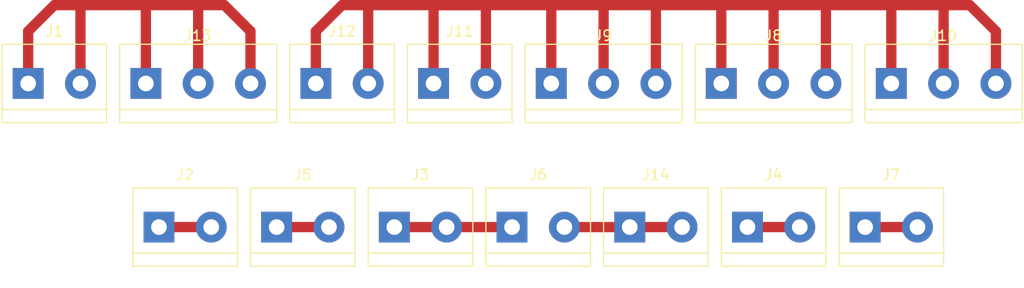
<source format=kicad_pcb>
(kicad_pcb (version 20171130) (host pcbnew "(5.1.8)-1")

  (general
    (thickness 1.6)
    (drawings 0)
    (tracks 42)
    (zones 0)
    (modules 14)
    (nets 9)
  )

  (page A4)
  (layers
    (0 F.Cu signal)
    (31 B.Cu signal)
    (32 B.Adhes user)
    (33 F.Adhes user)
    (34 B.Paste user)
    (35 F.Paste user)
    (36 B.SilkS user)
    (37 F.SilkS user)
    (38 B.Mask user)
    (39 F.Mask user)
    (40 Dwgs.User user)
    (41 Cmts.User user)
    (42 Eco1.User user)
    (43 Eco2.User user)
    (44 Edge.Cuts user)
    (45 Margin user)
    (46 B.CrtYd user)
    (47 F.CrtYd user)
    (48 B.Fab user)
    (49 F.Fab user)
  )

  (setup
    (last_trace_width 1)
    (trace_clearance 0.2)
    (zone_clearance 0.508)
    (zone_45_only no)
    (trace_min 0.2)
    (via_size 0.8)
    (via_drill 0.4)
    (via_min_size 0.4)
    (via_min_drill 0.3)
    (uvia_size 0.3)
    (uvia_drill 0.1)
    (uvias_allowed no)
    (uvia_min_size 0.2)
    (uvia_min_drill 0.1)
    (edge_width 0.05)
    (segment_width 0.2)
    (pcb_text_width 0.3)
    (pcb_text_size 1.5 1.5)
    (mod_edge_width 0.12)
    (mod_text_size 1 1)
    (mod_text_width 0.15)
    (pad_size 1.524 1.524)
    (pad_drill 0.762)
    (pad_to_mask_clearance 0)
    (aux_axis_origin 0 0)
    (visible_elements 7FFFFFFF)
    (pcbplotparams
      (layerselection 0x010fc_ffffffff)
      (usegerberextensions false)
      (usegerberattributes true)
      (usegerberadvancedattributes true)
      (creategerberjobfile true)
      (excludeedgelayer true)
      (linewidth 0.100000)
      (plotframeref false)
      (viasonmask false)
      (mode 1)
      (useauxorigin false)
      (hpglpennumber 1)
      (hpglpenspeed 20)
      (hpglpendiameter 15.000000)
      (psnegative false)
      (psa4output false)
      (plotreference true)
      (plotvalue true)
      (plotinvisibletext false)
      (padsonsilk false)
      (subtractmaskfromsilk false)
      (outputformat 1)
      (mirror false)
      (drillshape 1)
      (scaleselection 1)
      (outputdirectory ""))
  )

  (net 0 "")
  (net 1 "Net-(J1-Pad1)")
  (net 2 "Net-(J2-Pad1)")
  (net 3 "Net-(J3-Pad1)")
  (net 4 "Net-(J4-Pad1)")
  (net 5 "Net-(J5-Pad1)")
  (net 6 "Net-(J7-Pad1)")
  (net 7 "Net-(J10-Pad1)")
  (net 8 "Net-(J14-Pad1)")

  (net_class Default "This is the default net class."
    (clearance 0.2)
    (trace_width 1)
    (via_dia 0.8)
    (via_drill 0.4)
    (uvia_dia 0.3)
    (uvia_drill 0.1)
    (add_net "Net-(J1-Pad1)")
    (add_net "Net-(J10-Pad1)")
    (add_net "Net-(J14-Pad1)")
    (add_net "Net-(J2-Pad1)")
    (add_net "Net-(J3-Pad1)")
    (add_net "Net-(J4-Pad1)")
    (add_net "Net-(J5-Pad1)")
    (add_net "Net-(J7-Pad1)")
  )

  (module TerminalBlock:TerminalBlock_bornier-2_P5.08mm (layer F.Cu) (tedit 59FF03AB) (tstamp 61834629)
    (at 106.68 90.17)
    (descr "simple 2-pin terminal block, pitch 5.08mm, revamped version of bornier2")
    (tags "terminal block bornier2")
    (path /6182A279)
    (fp_text reference J5 (at 2.54 -5.08) (layer F.SilkS)
      (effects (font (size 1 1) (thickness 0.15)))
    )
    (fp_text value "Direction X+" (at 2.54 5.08) (layer F.Fab)
      (effects (font (size 1 1) (thickness 0.15)))
    )
    (fp_line (start 7.79 4) (end -2.71 4) (layer F.CrtYd) (width 0.05))
    (fp_line (start 7.79 4) (end 7.79 -4) (layer F.CrtYd) (width 0.05))
    (fp_line (start -2.71 -4) (end -2.71 4) (layer F.CrtYd) (width 0.05))
    (fp_line (start -2.71 -4) (end 7.79 -4) (layer F.CrtYd) (width 0.05))
    (fp_line (start -2.54 3.81) (end 7.62 3.81) (layer F.SilkS) (width 0.12))
    (fp_line (start -2.54 -3.81) (end -2.54 3.81) (layer F.SilkS) (width 0.12))
    (fp_line (start 7.62 -3.81) (end -2.54 -3.81) (layer F.SilkS) (width 0.12))
    (fp_line (start 7.62 3.81) (end 7.62 -3.81) (layer F.SilkS) (width 0.12))
    (fp_line (start 7.62 2.54) (end -2.54 2.54) (layer F.SilkS) (width 0.12))
    (fp_line (start 7.54 -3.75) (end -2.46 -3.75) (layer F.Fab) (width 0.1))
    (fp_line (start 7.54 3.75) (end 7.54 -3.75) (layer F.Fab) (width 0.1))
    (fp_line (start -2.46 3.75) (end 7.54 3.75) (layer F.Fab) (width 0.1))
    (fp_line (start -2.46 -3.75) (end -2.46 3.75) (layer F.Fab) (width 0.1))
    (fp_line (start -2.41 2.55) (end 7.49 2.55) (layer F.Fab) (width 0.1))
    (fp_text user %R (at 2.54 0) (layer F.Fab)
      (effects (font (size 1 1) (thickness 0.15)))
    )
    (pad 2 thru_hole circle (at 5.08 0) (size 3 3) (drill 1.52) (layers *.Cu *.Mask)
      (net 5 "Net-(J5-Pad1)"))
    (pad 1 thru_hole rect (at 0 0) (size 3 3) (drill 1.52) (layers *.Cu *.Mask)
      (net 5 "Net-(J5-Pad1)"))
    (model ${KISYS3DMOD}/TerminalBlock.3dshapes/TerminalBlock_bornier-2_P5.08mm.wrl
      (offset (xyz 2.539999961853027 0 0))
      (scale (xyz 1 1 1))
      (rotate (xyz 0 0 0))
    )
  )

  (module TerminalBlock:TerminalBlock_bornier-2_P5.08mm (layer F.Cu) (tedit 59FF03AB) (tstamp 618C09C8)
    (at 140.97 90.17)
    (descr "simple 2-pin terminal block, pitch 5.08mm, revamped version of bornier2")
    (tags "terminal block bornier2")
    (path /618C4DCC)
    (fp_text reference J14 (at 2.54 -5.08) (layer F.SilkS)
      (effects (font (size 1 1) (thickness 0.15)))
    )
    (fp_text value "Direction Y+" (at 2.54 5.08) (layer F.Fab)
      (effects (font (size 1 1) (thickness 0.15)))
    )
    (fp_text user %R (at 2.54 0) (layer F.Fab)
      (effects (font (size 1 1) (thickness 0.15)))
    )
    (fp_line (start -2.41 2.55) (end 7.49 2.55) (layer F.Fab) (width 0.1))
    (fp_line (start -2.46 -3.75) (end -2.46 3.75) (layer F.Fab) (width 0.1))
    (fp_line (start -2.46 3.75) (end 7.54 3.75) (layer F.Fab) (width 0.1))
    (fp_line (start 7.54 3.75) (end 7.54 -3.75) (layer F.Fab) (width 0.1))
    (fp_line (start 7.54 -3.75) (end -2.46 -3.75) (layer F.Fab) (width 0.1))
    (fp_line (start 7.62 2.54) (end -2.54 2.54) (layer F.SilkS) (width 0.12))
    (fp_line (start 7.62 3.81) (end 7.62 -3.81) (layer F.SilkS) (width 0.12))
    (fp_line (start 7.62 -3.81) (end -2.54 -3.81) (layer F.SilkS) (width 0.12))
    (fp_line (start -2.54 -3.81) (end -2.54 3.81) (layer F.SilkS) (width 0.12))
    (fp_line (start -2.54 3.81) (end 7.62 3.81) (layer F.SilkS) (width 0.12))
    (fp_line (start -2.71 -4) (end 7.79 -4) (layer F.CrtYd) (width 0.05))
    (fp_line (start -2.71 -4) (end -2.71 4) (layer F.CrtYd) (width 0.05))
    (fp_line (start 7.79 4) (end 7.79 -4) (layer F.CrtYd) (width 0.05))
    (fp_line (start 7.79 4) (end -2.71 4) (layer F.CrtYd) (width 0.05))
    (pad 2 thru_hole circle (at 5.08 0) (size 3 3) (drill 1.52) (layers *.Cu *.Mask)
      (net 8 "Net-(J14-Pad1)"))
    (pad 1 thru_hole rect (at 0 0) (size 3 3) (drill 1.52) (layers *.Cu *.Mask)
      (net 8 "Net-(J14-Pad1)"))
    (model ${KISYS3DMOD}/TerminalBlock.3dshapes/TerminalBlock_bornier-2_P5.08mm.wrl
      (offset (xyz 2.539999961853027 0 0))
      (scale (xyz 1 1 1))
      (rotate (xyz 0 0 0))
    )
  )

  (module TerminalBlock:TerminalBlock_bornier-2_P5.08mm (layer F.Cu) (tedit 59FF03AB) (tstamp 618C0893)
    (at 129.54 90.17)
    (descr "simple 2-pin terminal block, pitch 5.08mm, revamped version of bornier2")
    (tags "terminal block bornier2")
    (path /618C37F4)
    (fp_text reference J6 (at 2.54 -5.08) (layer F.SilkS)
      (effects (font (size 1 1) (thickness 0.15)))
    )
    (fp_text value Y+ (at 2.54 5.08) (layer F.Fab)
      (effects (font (size 1 1) (thickness 0.15)))
    )
    (fp_text user %R (at 2.54 0) (layer F.Fab)
      (effects (font (size 1 1) (thickness 0.15)))
    )
    (fp_line (start -2.41 2.55) (end 7.49 2.55) (layer F.Fab) (width 0.1))
    (fp_line (start -2.46 -3.75) (end -2.46 3.75) (layer F.Fab) (width 0.1))
    (fp_line (start -2.46 3.75) (end 7.54 3.75) (layer F.Fab) (width 0.1))
    (fp_line (start 7.54 3.75) (end 7.54 -3.75) (layer F.Fab) (width 0.1))
    (fp_line (start 7.54 -3.75) (end -2.46 -3.75) (layer F.Fab) (width 0.1))
    (fp_line (start 7.62 2.54) (end -2.54 2.54) (layer F.SilkS) (width 0.12))
    (fp_line (start 7.62 3.81) (end 7.62 -3.81) (layer F.SilkS) (width 0.12))
    (fp_line (start 7.62 -3.81) (end -2.54 -3.81) (layer F.SilkS) (width 0.12))
    (fp_line (start -2.54 -3.81) (end -2.54 3.81) (layer F.SilkS) (width 0.12))
    (fp_line (start -2.54 3.81) (end 7.62 3.81) (layer F.SilkS) (width 0.12))
    (fp_line (start -2.71 -4) (end 7.79 -4) (layer F.CrtYd) (width 0.05))
    (fp_line (start -2.71 -4) (end -2.71 4) (layer F.CrtYd) (width 0.05))
    (fp_line (start 7.79 4) (end 7.79 -4) (layer F.CrtYd) (width 0.05))
    (fp_line (start 7.79 4) (end -2.71 4) (layer F.CrtYd) (width 0.05))
    (pad 2 thru_hole circle (at 5.08 0) (size 3 3) (drill 1.52) (layers *.Cu *.Mask)
      (net 8 "Net-(J14-Pad1)"))
    (pad 1 thru_hole rect (at 0 0) (size 3 3) (drill 1.52) (layers *.Cu *.Mask)
      (net 3 "Net-(J3-Pad1)"))
    (model ${KISYS3DMOD}/TerminalBlock.3dshapes/TerminalBlock_bornier-2_P5.08mm.wrl
      (offset (xyz 2.539999961853027 0 0))
      (scale (xyz 1 1 1))
      (rotate (xyz 0 0 0))
    )
  )

  (module TerminalBlock:TerminalBlock_bornier-2_P5.08mm (layer F.Cu) (tedit 59FF03AB) (tstamp 618C082E)
    (at 118.11 90.17)
    (descr "simple 2-pin terminal block, pitch 5.08mm, revamped version of bornier2")
    (tags "terminal block bornier2")
    (path /618C2239)
    (fp_text reference J3 (at 2.54 -5.08) (layer F.SilkS)
      (effects (font (size 1 1) (thickness 0.15)))
    )
    (fp_text value "Pulse Y+" (at 2.54 5.08) (layer F.Fab)
      (effects (font (size 1 1) (thickness 0.15)))
    )
    (fp_text user %R (at 2.54 0) (layer F.Fab)
      (effects (font (size 1 1) (thickness 0.15)))
    )
    (fp_line (start -2.41 2.55) (end 7.49 2.55) (layer F.Fab) (width 0.1))
    (fp_line (start -2.46 -3.75) (end -2.46 3.75) (layer F.Fab) (width 0.1))
    (fp_line (start -2.46 3.75) (end 7.54 3.75) (layer F.Fab) (width 0.1))
    (fp_line (start 7.54 3.75) (end 7.54 -3.75) (layer F.Fab) (width 0.1))
    (fp_line (start 7.54 -3.75) (end -2.46 -3.75) (layer F.Fab) (width 0.1))
    (fp_line (start 7.62 2.54) (end -2.54 2.54) (layer F.SilkS) (width 0.12))
    (fp_line (start 7.62 3.81) (end 7.62 -3.81) (layer F.SilkS) (width 0.12))
    (fp_line (start 7.62 -3.81) (end -2.54 -3.81) (layer F.SilkS) (width 0.12))
    (fp_line (start -2.54 -3.81) (end -2.54 3.81) (layer F.SilkS) (width 0.12))
    (fp_line (start -2.54 3.81) (end 7.62 3.81) (layer F.SilkS) (width 0.12))
    (fp_line (start -2.71 -4) (end 7.79 -4) (layer F.CrtYd) (width 0.05))
    (fp_line (start -2.71 -4) (end -2.71 4) (layer F.CrtYd) (width 0.05))
    (fp_line (start 7.79 4) (end 7.79 -4) (layer F.CrtYd) (width 0.05))
    (fp_line (start 7.79 4) (end -2.71 4) (layer F.CrtYd) (width 0.05))
    (pad 2 thru_hole circle (at 5.08 0) (size 3 3) (drill 1.52) (layers *.Cu *.Mask)
      (net 3 "Net-(J3-Pad1)"))
    (pad 1 thru_hole rect (at 0 0) (size 3 3) (drill 1.52) (layers *.Cu *.Mask)
      (net 3 "Net-(J3-Pad1)"))
    (model ${KISYS3DMOD}/TerminalBlock.3dshapes/TerminalBlock_bornier-2_P5.08mm.wrl
      (offset (xyz 2.539999961853027 0 0))
      (scale (xyz 1 1 1))
      (rotate (xyz 0 0 0))
    )
  )

  (module TerminalBlock:TerminalBlock_bornier-3_P5.08mm (layer F.Cu) (tedit 59FF03B9) (tstamp 6183471A)
    (at 93.98 76.2)
    (descr "simple 3-pin terminal block, pitch 5.08mm, revamped version of bornier3")
    (tags "terminal block bornier3")
    (path /618387B8)
    (fp_text reference J13 (at 5.05 -4.65) (layer F.SilkS)
      (effects (font (size 1 1) (thickness 0.15)))
    )
    (fp_text value "Enable +" (at 5.08 5.08) (layer F.Fab)
      (effects (font (size 1 1) (thickness 0.15)))
    )
    (fp_line (start 12.88 4) (end -2.72 4) (layer F.CrtYd) (width 0.05))
    (fp_line (start 12.88 4) (end 12.88 -4) (layer F.CrtYd) (width 0.05))
    (fp_line (start -2.72 -4) (end -2.72 4) (layer F.CrtYd) (width 0.05))
    (fp_line (start -2.72 -4) (end 12.88 -4) (layer F.CrtYd) (width 0.05))
    (fp_line (start -2.54 3.81) (end 12.7 3.81) (layer F.SilkS) (width 0.12))
    (fp_line (start -2.54 -3.81) (end 12.7 -3.81) (layer F.SilkS) (width 0.12))
    (fp_line (start -2.54 2.54) (end 12.7 2.54) (layer F.SilkS) (width 0.12))
    (fp_line (start 12.7 3.81) (end 12.7 -3.81) (layer F.SilkS) (width 0.12))
    (fp_line (start -2.54 3.81) (end -2.54 -3.81) (layer F.SilkS) (width 0.12))
    (fp_line (start -2.47 3.75) (end -2.47 -3.75) (layer F.Fab) (width 0.1))
    (fp_line (start 12.63 3.75) (end -2.47 3.75) (layer F.Fab) (width 0.1))
    (fp_line (start 12.63 -3.75) (end 12.63 3.75) (layer F.Fab) (width 0.1))
    (fp_line (start -2.47 -3.75) (end 12.63 -3.75) (layer F.Fab) (width 0.1))
    (fp_line (start -2.47 2.55) (end 12.63 2.55) (layer F.Fab) (width 0.1))
    (fp_text user %R (at 5.08 0) (layer F.Fab)
      (effects (font (size 1 1) (thickness 0.15)))
    )
    (pad 3 thru_hole circle (at 10.16 0) (size 3 3) (drill 1.52) (layers *.Cu *.Mask)
      (net 1 "Net-(J1-Pad1)"))
    (pad 2 thru_hole circle (at 5.08 0) (size 3 3) (drill 1.52) (layers *.Cu *.Mask)
      (net 1 "Net-(J1-Pad1)"))
    (pad 1 thru_hole rect (at 0 0) (size 3 3) (drill 1.52) (layers *.Cu *.Mask)
      (net 1 "Net-(J1-Pad1)"))
    (model ${KISYS3DMOD}/TerminalBlock.3dshapes/TerminalBlock_bornier-3_P5.08mm.wrl
      (offset (xyz 5.079999923706055 0 0))
      (scale (xyz 1 1 1))
      (rotate (xyz 0 0 0))
    )
  )

  (module TerminalBlock:TerminalBlock_bornier-2_P5.08mm (layer F.Cu) (tedit 59FF03AB) (tstamp 61834700)
    (at 110.49 76.2)
    (descr "simple 2-pin terminal block, pitch 5.08mm, revamped version of bornier2")
    (tags "terminal block bornier2")
    (path /6183F3D3)
    (fp_text reference J12 (at 2.54 -5.08) (layer F.SilkS)
      (effects (font (size 1 1) (thickness 0.15)))
    )
    (fp_text value Z2 (at 2.54 5.08) (layer F.Fab)
      (effects (font (size 1 1) (thickness 0.15)))
    )
    (fp_line (start 7.79 4) (end -2.71 4) (layer F.CrtYd) (width 0.05))
    (fp_line (start 7.79 4) (end 7.79 -4) (layer F.CrtYd) (width 0.05))
    (fp_line (start -2.71 -4) (end -2.71 4) (layer F.CrtYd) (width 0.05))
    (fp_line (start -2.71 -4) (end 7.79 -4) (layer F.CrtYd) (width 0.05))
    (fp_line (start -2.54 3.81) (end 7.62 3.81) (layer F.SilkS) (width 0.12))
    (fp_line (start -2.54 -3.81) (end -2.54 3.81) (layer F.SilkS) (width 0.12))
    (fp_line (start 7.62 -3.81) (end -2.54 -3.81) (layer F.SilkS) (width 0.12))
    (fp_line (start 7.62 3.81) (end 7.62 -3.81) (layer F.SilkS) (width 0.12))
    (fp_line (start 7.62 2.54) (end -2.54 2.54) (layer F.SilkS) (width 0.12))
    (fp_line (start 7.54 -3.75) (end -2.46 -3.75) (layer F.Fab) (width 0.1))
    (fp_line (start 7.54 3.75) (end 7.54 -3.75) (layer F.Fab) (width 0.1))
    (fp_line (start -2.46 3.75) (end 7.54 3.75) (layer F.Fab) (width 0.1))
    (fp_line (start -2.46 -3.75) (end -2.46 3.75) (layer F.Fab) (width 0.1))
    (fp_line (start -2.41 2.55) (end 7.49 2.55) (layer F.Fab) (width 0.1))
    (fp_text user %R (at 2.54 0) (layer F.Fab)
      (effects (font (size 1 1) (thickness 0.15)))
    )
    (pad 2 thru_hole circle (at 5.08 0) (size 3 3) (drill 1.52) (layers *.Cu *.Mask)
      (net 7 "Net-(J10-Pad1)"))
    (pad 1 thru_hole rect (at 0 0) (size 3 3) (drill 1.52) (layers *.Cu *.Mask)
      (net 7 "Net-(J10-Pad1)"))
    (model ${KISYS3DMOD}/TerminalBlock.3dshapes/TerminalBlock_bornier-2_P5.08mm.wrl
      (offset (xyz 2.539999961853027 0 0))
      (scale (xyz 1 1 1))
      (rotate (xyz 0 0 0))
    )
  )

  (module TerminalBlock:TerminalBlock_bornier-2_P5.08mm (layer F.Cu) (tedit 59FF03AB) (tstamp 618346DB)
    (at 121.92 76.2)
    (descr "simple 2-pin terminal block, pitch 5.08mm, revamped version of bornier2")
    (tags "terminal block bornier2")
    (path /6183ED35)
    (fp_text reference J11 (at 2.54 -5.08) (layer F.SilkS)
      (effects (font (size 1 1) (thickness 0.15)))
    )
    (fp_text value Z2 (at 2.54 5.08) (layer F.Fab)
      (effects (font (size 1 1) (thickness 0.15)))
    )
    (fp_line (start 7.79 4) (end -2.71 4) (layer F.CrtYd) (width 0.05))
    (fp_line (start 7.79 4) (end 7.79 -4) (layer F.CrtYd) (width 0.05))
    (fp_line (start -2.71 -4) (end -2.71 4) (layer F.CrtYd) (width 0.05))
    (fp_line (start -2.71 -4) (end 7.79 -4) (layer F.CrtYd) (width 0.05))
    (fp_line (start -2.54 3.81) (end 7.62 3.81) (layer F.SilkS) (width 0.12))
    (fp_line (start -2.54 -3.81) (end -2.54 3.81) (layer F.SilkS) (width 0.12))
    (fp_line (start 7.62 -3.81) (end -2.54 -3.81) (layer F.SilkS) (width 0.12))
    (fp_line (start 7.62 3.81) (end 7.62 -3.81) (layer F.SilkS) (width 0.12))
    (fp_line (start 7.62 2.54) (end -2.54 2.54) (layer F.SilkS) (width 0.12))
    (fp_line (start 7.54 -3.75) (end -2.46 -3.75) (layer F.Fab) (width 0.1))
    (fp_line (start 7.54 3.75) (end 7.54 -3.75) (layer F.Fab) (width 0.1))
    (fp_line (start -2.46 3.75) (end 7.54 3.75) (layer F.Fab) (width 0.1))
    (fp_line (start -2.46 -3.75) (end -2.46 3.75) (layer F.Fab) (width 0.1))
    (fp_line (start -2.41 2.55) (end 7.49 2.55) (layer F.Fab) (width 0.1))
    (fp_text user %R (at 2.54 0) (layer F.Fab)
      (effects (font (size 1 1) (thickness 0.15)))
    )
    (pad 2 thru_hole circle (at 5.08 0) (size 3 3) (drill 1.52) (layers *.Cu *.Mask)
      (net 7 "Net-(J10-Pad1)"))
    (pad 1 thru_hole rect (at 0 0) (size 3 3) (drill 1.52) (layers *.Cu *.Mask)
      (net 7 "Net-(J10-Pad1)"))
    (model ${KISYS3DMOD}/TerminalBlock.3dshapes/TerminalBlock_bornier-2_P5.08mm.wrl
      (offset (xyz 2.539999961853027 0 0))
      (scale (xyz 1 1 1))
      (rotate (xyz 0 0 0))
    )
  )

  (module TerminalBlock:TerminalBlock_bornier-3_P5.08mm (layer F.Cu) (tedit 59FF03B9) (tstamp 618346B6)
    (at 166.37 76.2)
    (descr "simple 3-pin terminal block, pitch 5.08mm, revamped version of bornier3")
    (tags "terminal block bornier3")
    (path /61837A2C)
    (fp_text reference J10 (at 5.05 -4.65) (layer F.SilkS)
      (effects (font (size 1 1) (thickness 0.15)))
    )
    (fp_text value ENA- (at 5.08 5.08) (layer F.Fab)
      (effects (font (size 1 1) (thickness 0.15)))
    )
    (fp_line (start 12.88 4) (end -2.72 4) (layer F.CrtYd) (width 0.05))
    (fp_line (start 12.88 4) (end 12.88 -4) (layer F.CrtYd) (width 0.05))
    (fp_line (start -2.72 -4) (end -2.72 4) (layer F.CrtYd) (width 0.05))
    (fp_line (start -2.72 -4) (end 12.88 -4) (layer F.CrtYd) (width 0.05))
    (fp_line (start -2.54 3.81) (end 12.7 3.81) (layer F.SilkS) (width 0.12))
    (fp_line (start -2.54 -3.81) (end 12.7 -3.81) (layer F.SilkS) (width 0.12))
    (fp_line (start -2.54 2.54) (end 12.7 2.54) (layer F.SilkS) (width 0.12))
    (fp_line (start 12.7 3.81) (end 12.7 -3.81) (layer F.SilkS) (width 0.12))
    (fp_line (start -2.54 3.81) (end -2.54 -3.81) (layer F.SilkS) (width 0.12))
    (fp_line (start -2.47 3.75) (end -2.47 -3.75) (layer F.Fab) (width 0.1))
    (fp_line (start 12.63 3.75) (end -2.47 3.75) (layer F.Fab) (width 0.1))
    (fp_line (start 12.63 -3.75) (end 12.63 3.75) (layer F.Fab) (width 0.1))
    (fp_line (start -2.47 -3.75) (end 12.63 -3.75) (layer F.Fab) (width 0.1))
    (fp_line (start -2.47 2.55) (end 12.63 2.55) (layer F.Fab) (width 0.1))
    (fp_text user %R (at 5.08 0) (layer F.Fab)
      (effects (font (size 1 1) (thickness 0.15)))
    )
    (pad 3 thru_hole circle (at 10.16 0) (size 3 3) (drill 1.52) (layers *.Cu *.Mask)
      (net 7 "Net-(J10-Pad1)"))
    (pad 2 thru_hole circle (at 5.08 0) (size 3 3) (drill 1.52) (layers *.Cu *.Mask)
      (net 7 "Net-(J10-Pad1)"))
    (pad 1 thru_hole rect (at 0 0) (size 3 3) (drill 1.52) (layers *.Cu *.Mask)
      (net 7 "Net-(J10-Pad1)"))
    (model ${KISYS3DMOD}/TerminalBlock.3dshapes/TerminalBlock_bornier-3_P5.08mm.wrl
      (offset (xyz 5.079999923706055 0 0))
      (scale (xyz 1 1 1))
      (rotate (xyz 0 0 0))
    )
  )

  (module TerminalBlock:TerminalBlock_bornier-3_P5.08mm (layer F.Cu) (tedit 59FF03B9) (tstamp 6183469C)
    (at 133.35 76.2)
    (descr "simple 3-pin terminal block, pitch 5.08mm, revamped version of bornier3")
    (tags "terminal block bornier3")
    (path /6183743A)
    (fp_text reference J9 (at 5.05 -4.65) (layer F.SilkS)
      (effects (font (size 1 1) (thickness 0.15)))
    )
    (fp_text value DIR- (at 5.08 5.08) (layer F.Fab)
      (effects (font (size 1 1) (thickness 0.15)))
    )
    (fp_line (start 12.88 4) (end -2.72 4) (layer F.CrtYd) (width 0.05))
    (fp_line (start 12.88 4) (end 12.88 -4) (layer F.CrtYd) (width 0.05))
    (fp_line (start -2.72 -4) (end -2.72 4) (layer F.CrtYd) (width 0.05))
    (fp_line (start -2.72 -4) (end 12.88 -4) (layer F.CrtYd) (width 0.05))
    (fp_line (start -2.54 3.81) (end 12.7 3.81) (layer F.SilkS) (width 0.12))
    (fp_line (start -2.54 -3.81) (end 12.7 -3.81) (layer F.SilkS) (width 0.12))
    (fp_line (start -2.54 2.54) (end 12.7 2.54) (layer F.SilkS) (width 0.12))
    (fp_line (start 12.7 3.81) (end 12.7 -3.81) (layer F.SilkS) (width 0.12))
    (fp_line (start -2.54 3.81) (end -2.54 -3.81) (layer F.SilkS) (width 0.12))
    (fp_line (start -2.47 3.75) (end -2.47 -3.75) (layer F.Fab) (width 0.1))
    (fp_line (start 12.63 3.75) (end -2.47 3.75) (layer F.Fab) (width 0.1))
    (fp_line (start 12.63 -3.75) (end 12.63 3.75) (layer F.Fab) (width 0.1))
    (fp_line (start -2.47 -3.75) (end 12.63 -3.75) (layer F.Fab) (width 0.1))
    (fp_line (start -2.47 2.55) (end 12.63 2.55) (layer F.Fab) (width 0.1))
    (fp_text user %R (at 5.08 0) (layer F.Fab)
      (effects (font (size 1 1) (thickness 0.15)))
    )
    (pad 3 thru_hole circle (at 10.16 0) (size 3 3) (drill 1.52) (layers *.Cu *.Mask)
      (net 7 "Net-(J10-Pad1)"))
    (pad 2 thru_hole circle (at 5.08 0) (size 3 3) (drill 1.52) (layers *.Cu *.Mask)
      (net 7 "Net-(J10-Pad1)"))
    (pad 1 thru_hole rect (at 0 0) (size 3 3) (drill 1.52) (layers *.Cu *.Mask)
      (net 7 "Net-(J10-Pad1)"))
    (model ${KISYS3DMOD}/TerminalBlock.3dshapes/TerminalBlock_bornier-3_P5.08mm.wrl
      (offset (xyz 5.079999923706055 0 0))
      (scale (xyz 1 1 1))
      (rotate (xyz 0 0 0))
    )
  )

  (module TerminalBlock:TerminalBlock_bornier-3_P5.08mm (layer F.Cu) (tedit 59FF03B9) (tstamp 61834682)
    (at 149.86 76.2)
    (descr "simple 3-pin terminal block, pitch 5.08mm, revamped version of bornier3")
    (tags "terminal block bornier3")
    (path /6182E375)
    (fp_text reference J8 (at 5.05 -4.65) (layer F.SilkS)
      (effects (font (size 1 1) (thickness 0.15)))
    )
    (fp_text value "PUL -" (at 5.08 5.08) (layer F.Fab)
      (effects (font (size 1 1) (thickness 0.15)))
    )
    (fp_line (start 12.88 4) (end -2.72 4) (layer F.CrtYd) (width 0.05))
    (fp_line (start 12.88 4) (end 12.88 -4) (layer F.CrtYd) (width 0.05))
    (fp_line (start -2.72 -4) (end -2.72 4) (layer F.CrtYd) (width 0.05))
    (fp_line (start -2.72 -4) (end 12.88 -4) (layer F.CrtYd) (width 0.05))
    (fp_line (start -2.54 3.81) (end 12.7 3.81) (layer F.SilkS) (width 0.12))
    (fp_line (start -2.54 -3.81) (end 12.7 -3.81) (layer F.SilkS) (width 0.12))
    (fp_line (start -2.54 2.54) (end 12.7 2.54) (layer F.SilkS) (width 0.12))
    (fp_line (start 12.7 3.81) (end 12.7 -3.81) (layer F.SilkS) (width 0.12))
    (fp_line (start -2.54 3.81) (end -2.54 -3.81) (layer F.SilkS) (width 0.12))
    (fp_line (start -2.47 3.75) (end -2.47 -3.75) (layer F.Fab) (width 0.1))
    (fp_line (start 12.63 3.75) (end -2.47 3.75) (layer F.Fab) (width 0.1))
    (fp_line (start 12.63 -3.75) (end 12.63 3.75) (layer F.Fab) (width 0.1))
    (fp_line (start -2.47 -3.75) (end 12.63 -3.75) (layer F.Fab) (width 0.1))
    (fp_line (start -2.47 2.55) (end 12.63 2.55) (layer F.Fab) (width 0.1))
    (fp_text user %R (at 5.08 0) (layer F.Fab)
      (effects (font (size 1 1) (thickness 0.15)))
    )
    (pad 3 thru_hole circle (at 10.16 0) (size 3 3) (drill 1.52) (layers *.Cu *.Mask)
      (net 7 "Net-(J10-Pad1)"))
    (pad 2 thru_hole circle (at 5.08 0) (size 3 3) (drill 1.52) (layers *.Cu *.Mask)
      (net 7 "Net-(J10-Pad1)"))
    (pad 1 thru_hole rect (at 0 0) (size 3 3) (drill 1.52) (layers *.Cu *.Mask)
      (net 7 "Net-(J10-Pad1)"))
    (model ${KISYS3DMOD}/TerminalBlock.3dshapes/TerminalBlock_bornier-3_P5.08mm.wrl
      (offset (xyz 5.079999923706055 0 0))
      (scale (xyz 1 1 1))
      (rotate (xyz 0 0 0))
    )
  )

  (module TerminalBlock:TerminalBlock_bornier-2_P5.08mm (layer F.Cu) (tedit 59FF03AB) (tstamp 61834668)
    (at 163.83 90.17)
    (descr "simple 2-pin terminal block, pitch 5.08mm, revamped version of bornier2")
    (tags "terminal block bornier2")
    (path /61829CBD)
    (fp_text reference J7 (at 2.54 -5.08) (layer F.SilkS)
      (effects (font (size 1 1) (thickness 0.15)))
    )
    (fp_text value "Direction Z+" (at 2.54 5.08) (layer F.Fab)
      (effects (font (size 1 1) (thickness 0.15)))
    )
    (fp_line (start 7.79 4) (end -2.71 4) (layer F.CrtYd) (width 0.05))
    (fp_line (start 7.79 4) (end 7.79 -4) (layer F.CrtYd) (width 0.05))
    (fp_line (start -2.71 -4) (end -2.71 4) (layer F.CrtYd) (width 0.05))
    (fp_line (start -2.71 -4) (end 7.79 -4) (layer F.CrtYd) (width 0.05))
    (fp_line (start -2.54 3.81) (end 7.62 3.81) (layer F.SilkS) (width 0.12))
    (fp_line (start -2.54 -3.81) (end -2.54 3.81) (layer F.SilkS) (width 0.12))
    (fp_line (start 7.62 -3.81) (end -2.54 -3.81) (layer F.SilkS) (width 0.12))
    (fp_line (start 7.62 3.81) (end 7.62 -3.81) (layer F.SilkS) (width 0.12))
    (fp_line (start 7.62 2.54) (end -2.54 2.54) (layer F.SilkS) (width 0.12))
    (fp_line (start 7.54 -3.75) (end -2.46 -3.75) (layer F.Fab) (width 0.1))
    (fp_line (start 7.54 3.75) (end 7.54 -3.75) (layer F.Fab) (width 0.1))
    (fp_line (start -2.46 3.75) (end 7.54 3.75) (layer F.Fab) (width 0.1))
    (fp_line (start -2.46 -3.75) (end -2.46 3.75) (layer F.Fab) (width 0.1))
    (fp_line (start -2.41 2.55) (end 7.49 2.55) (layer F.Fab) (width 0.1))
    (fp_text user %R (at 2.54 0) (layer F.Fab)
      (effects (font (size 1 1) (thickness 0.15)))
    )
    (pad 2 thru_hole circle (at 5.08 0) (size 3 3) (drill 1.52) (layers *.Cu *.Mask)
      (net 6 "Net-(J7-Pad1)"))
    (pad 1 thru_hole rect (at 0 0) (size 3 3) (drill 1.52) (layers *.Cu *.Mask)
      (net 6 "Net-(J7-Pad1)"))
    (model ${KISYS3DMOD}/TerminalBlock.3dshapes/TerminalBlock_bornier-2_P5.08mm.wrl
      (offset (xyz 2.539999961853027 0 0))
      (scale (xyz 1 1 1))
      (rotate (xyz 0 0 0))
    )
  )

  (module TerminalBlock:TerminalBlock_bornier-2_P5.08mm (layer F.Cu) (tedit 59FF03AB) (tstamp 61834604)
    (at 152.4 90.17)
    (descr "simple 2-pin terminal block, pitch 5.08mm, revamped version of bornier2")
    (tags "terminal block bornier2")
    (path /6182A083)
    (fp_text reference J4 (at 2.54 -5.08) (layer F.SilkS)
      (effects (font (size 1 1) (thickness 0.15)))
    )
    (fp_text value "Pulse Z+" (at 2.54 5.08) (layer F.Fab)
      (effects (font (size 1 1) (thickness 0.15)))
    )
    (fp_line (start 7.79 4) (end -2.71 4) (layer F.CrtYd) (width 0.05))
    (fp_line (start 7.79 4) (end 7.79 -4) (layer F.CrtYd) (width 0.05))
    (fp_line (start -2.71 -4) (end -2.71 4) (layer F.CrtYd) (width 0.05))
    (fp_line (start -2.71 -4) (end 7.79 -4) (layer F.CrtYd) (width 0.05))
    (fp_line (start -2.54 3.81) (end 7.62 3.81) (layer F.SilkS) (width 0.12))
    (fp_line (start -2.54 -3.81) (end -2.54 3.81) (layer F.SilkS) (width 0.12))
    (fp_line (start 7.62 -3.81) (end -2.54 -3.81) (layer F.SilkS) (width 0.12))
    (fp_line (start 7.62 3.81) (end 7.62 -3.81) (layer F.SilkS) (width 0.12))
    (fp_line (start 7.62 2.54) (end -2.54 2.54) (layer F.SilkS) (width 0.12))
    (fp_line (start 7.54 -3.75) (end -2.46 -3.75) (layer F.Fab) (width 0.1))
    (fp_line (start 7.54 3.75) (end 7.54 -3.75) (layer F.Fab) (width 0.1))
    (fp_line (start -2.46 3.75) (end 7.54 3.75) (layer F.Fab) (width 0.1))
    (fp_line (start -2.46 -3.75) (end -2.46 3.75) (layer F.Fab) (width 0.1))
    (fp_line (start -2.41 2.55) (end 7.49 2.55) (layer F.Fab) (width 0.1))
    (fp_text user %R (at 2.54 0) (layer F.Fab)
      (effects (font (size 1 1) (thickness 0.15)))
    )
    (pad 2 thru_hole circle (at 5.08 0) (size 3 3) (drill 1.52) (layers *.Cu *.Mask)
      (net 4 "Net-(J4-Pad1)"))
    (pad 1 thru_hole rect (at 0 0) (size 3 3) (drill 1.52) (layers *.Cu *.Mask)
      (net 4 "Net-(J4-Pad1)"))
    (model ${KISYS3DMOD}/TerminalBlock.3dshapes/TerminalBlock_bornier-2_P5.08mm.wrl
      (offset (xyz 2.539999961853027 0 0))
      (scale (xyz 1 1 1))
      (rotate (xyz 0 0 0))
    )
  )

  (module TerminalBlock:TerminalBlock_bornier-2_P5.08mm (layer F.Cu) (tedit 59FF03AB) (tstamp 618345C5)
    (at 95.25 90.17)
    (descr "simple 2-pin terminal block, pitch 5.08mm, revamped version of bornier2")
    (tags "terminal block bornier2")
    (path /61825E3F)
    (fp_text reference J2 (at 2.54 -5.08) (layer F.SilkS)
      (effects (font (size 1 1) (thickness 0.15)))
    )
    (fp_text value "Pulse X+" (at 2.54 5.08) (layer F.Fab)
      (effects (font (size 1 1) (thickness 0.15)))
    )
    (fp_line (start 7.79 4) (end -2.71 4) (layer F.CrtYd) (width 0.05))
    (fp_line (start 7.79 4) (end 7.79 -4) (layer F.CrtYd) (width 0.05))
    (fp_line (start -2.71 -4) (end -2.71 4) (layer F.CrtYd) (width 0.05))
    (fp_line (start -2.71 -4) (end 7.79 -4) (layer F.CrtYd) (width 0.05))
    (fp_line (start -2.54 3.81) (end 7.62 3.81) (layer F.SilkS) (width 0.12))
    (fp_line (start -2.54 -3.81) (end -2.54 3.81) (layer F.SilkS) (width 0.12))
    (fp_line (start 7.62 -3.81) (end -2.54 -3.81) (layer F.SilkS) (width 0.12))
    (fp_line (start 7.62 3.81) (end 7.62 -3.81) (layer F.SilkS) (width 0.12))
    (fp_line (start 7.62 2.54) (end -2.54 2.54) (layer F.SilkS) (width 0.12))
    (fp_line (start 7.54 -3.75) (end -2.46 -3.75) (layer F.Fab) (width 0.1))
    (fp_line (start 7.54 3.75) (end 7.54 -3.75) (layer F.Fab) (width 0.1))
    (fp_line (start -2.46 3.75) (end 7.54 3.75) (layer F.Fab) (width 0.1))
    (fp_line (start -2.46 -3.75) (end -2.46 3.75) (layer F.Fab) (width 0.1))
    (fp_line (start -2.41 2.55) (end 7.49 2.55) (layer F.Fab) (width 0.1))
    (fp_text user %R (at 2.54 0) (layer F.Fab)
      (effects (font (size 1 1) (thickness 0.15)))
    )
    (pad 2 thru_hole circle (at 5.08 0) (size 3 3) (drill 1.52) (layers *.Cu *.Mask)
      (net 2 "Net-(J2-Pad1)"))
    (pad 1 thru_hole rect (at 0 0) (size 3 3) (drill 1.52) (layers *.Cu *.Mask)
      (net 2 "Net-(J2-Pad1)"))
    (model ${KISYS3DMOD}/TerminalBlock.3dshapes/TerminalBlock_bornier-2_P5.08mm.wrl
      (offset (xyz 2.539999961853027 0 0))
      (scale (xyz 1 1 1))
      (rotate (xyz 0 0 0))
    )
  )

  (module TerminalBlock:TerminalBlock_bornier-2_P5.08mm (layer F.Cu) (tedit 59FF03AB) (tstamp 618345A0)
    (at 82.55 76.2)
    (descr "simple 2-pin terminal block, pitch 5.08mm, revamped version of bornier2")
    (tags "terminal block bornier2")
    (path /61823318)
    (fp_text reference J1 (at 2.54 -5.08) (layer F.SilkS)
      (effects (font (size 1 1) (thickness 0.15)))
    )
    (fp_text value Enable+ (at 2.54 5.08) (layer F.Fab)
      (effects (font (size 1 1) (thickness 0.15)))
    )
    (fp_line (start 7.79 4) (end -2.71 4) (layer F.CrtYd) (width 0.05))
    (fp_line (start 7.79 4) (end 7.79 -4) (layer F.CrtYd) (width 0.05))
    (fp_line (start -2.71 -4) (end -2.71 4) (layer F.CrtYd) (width 0.05))
    (fp_line (start -2.71 -4) (end 7.79 -4) (layer F.CrtYd) (width 0.05))
    (fp_line (start -2.54 3.81) (end 7.62 3.81) (layer F.SilkS) (width 0.12))
    (fp_line (start -2.54 -3.81) (end -2.54 3.81) (layer F.SilkS) (width 0.12))
    (fp_line (start 7.62 -3.81) (end -2.54 -3.81) (layer F.SilkS) (width 0.12))
    (fp_line (start 7.62 3.81) (end 7.62 -3.81) (layer F.SilkS) (width 0.12))
    (fp_line (start 7.62 2.54) (end -2.54 2.54) (layer F.SilkS) (width 0.12))
    (fp_line (start 7.54 -3.75) (end -2.46 -3.75) (layer F.Fab) (width 0.1))
    (fp_line (start 7.54 3.75) (end 7.54 -3.75) (layer F.Fab) (width 0.1))
    (fp_line (start -2.46 3.75) (end 7.54 3.75) (layer F.Fab) (width 0.1))
    (fp_line (start -2.46 -3.75) (end -2.46 3.75) (layer F.Fab) (width 0.1))
    (fp_line (start -2.41 2.55) (end 7.49 2.55) (layer F.Fab) (width 0.1))
    (fp_text user %R (at 2.54 0) (layer F.Fab)
      (effects (font (size 1 1) (thickness 0.15)))
    )
    (pad 2 thru_hole circle (at 5.08 0) (size 3 3) (drill 1.52) (layers *.Cu *.Mask)
      (net 1 "Net-(J1-Pad1)"))
    (pad 1 thru_hole rect (at 0 0) (size 3 3) (drill 1.52) (layers *.Cu *.Mask)
      (net 1 "Net-(J1-Pad1)"))
    (model ${KISYS3DMOD}/TerminalBlock.3dshapes/TerminalBlock_bornier-2_P5.08mm.wrl
      (offset (xyz 2.539999961853027 0 0))
      (scale (xyz 1 1 1))
      (rotate (xyz 0 0 0))
    )
  )

  (segment (start 104.14 76.2) (end 104.14 71.12) (width 1) (layer F.Cu) (net 1))
  (segment (start 104.14 71.12) (end 101.6 68.58) (width 1) (layer F.Cu) (net 1))
  (segment (start 82.55 71.12) (end 82.55 76.2) (width 1) (layer F.Cu) (net 1))
  (segment (start 85.09 68.58) (end 82.55 71.12) (width 1) (layer F.Cu) (net 1))
  (segment (start 87.63 76.2) (end 87.63 68.58) (width 1) (layer F.Cu) (net 1))
  (segment (start 87.63 68.58) (end 85.09 68.58) (width 1) (layer F.Cu) (net 1))
  (segment (start 93.98 76.2) (end 93.98 69.85) (width 1) (layer F.Cu) (net 1))
  (segment (start 93.98 69.85) (end 93.98 68.58) (width 1) (layer F.Cu) (net 1))
  (segment (start 93.98 68.58) (end 87.63 68.58) (width 1) (layer F.Cu) (net 1))
  (segment (start 101.6 68.58) (end 93.98 68.58) (width 1) (layer F.Cu) (net 1))
  (segment (start 99.06 76.2) (end 99.06 68.58) (width 1) (layer F.Cu) (net 1))
  (segment (start 95.25 90.17) (end 100.33 90.17) (width 1) (layer F.Cu) (net 2))
  (segment (start 118.11 90.17) (end 129.54 90.17) (width 1) (layer F.Cu) (net 3))
  (segment (start 152.4 90.17) (end 157.48 90.17) (width 1) (layer F.Cu) (net 4))
  (segment (start 106.68 90.17) (end 111.76 90.17) (width 1) (layer F.Cu) (net 5))
  (segment (start 163.83 90.17) (end 168.91 90.17) (width 1) (layer F.Cu) (net 6))
  (segment (start 176.53 76.2) (end 176.53 71.12) (width 1) (layer F.Cu) (net 7))
  (segment (start 176.53 71.12) (end 173.99 68.58) (width 1) (layer F.Cu) (net 7))
  (segment (start 110.49 71.12) (end 110.49 76.2) (width 1) (layer F.Cu) (net 7))
  (segment (start 113.03 68.58) (end 110.49 71.12) (width 1) (layer F.Cu) (net 7))
  (segment (start 115.57 76.2) (end 115.57 68.58) (width 1) (layer F.Cu) (net 7))
  (segment (start 115.57 68.58) (end 113.03 68.58) (width 1) (layer F.Cu) (net 7))
  (segment (start 121.92 76.2) (end 121.92 68.58) (width 1) (layer F.Cu) (net 7))
  (segment (start 121.92 68.58) (end 127 68.58) (width 1) (layer F.Cu) (net 7))
  (segment (start 127 68.58) (end 115.57 68.58) (width 1) (layer F.Cu) (net 7))
  (segment (start 127 76.2) (end 127 68.58) (width 1) (layer F.Cu) (net 7))
  (segment (start 133.35 76.2) (end 133.35 68.58) (width 1) (layer F.Cu) (net 7))
  (segment (start 133.35 68.58) (end 127 68.58) (width 1) (layer F.Cu) (net 7))
  (segment (start 138.43 76.2) (end 138.43 68.58) (width 1) (layer F.Cu) (net 7))
  (segment (start 138.43 68.58) (end 133.35 68.58) (width 1) (layer F.Cu) (net 7))
  (segment (start 143.51 68.58) (end 143.51 76.2) (width 1) (layer F.Cu) (net 7))
  (segment (start 149.86 68.58) (end 138.43 68.58) (width 1) (layer F.Cu) (net 7))
  (segment (start 149.86 76.2) (end 149.86 68.58) (width 1) (layer F.Cu) (net 7))
  (segment (start 154.94 68.58) (end 149.86 68.58) (width 1) (layer F.Cu) (net 7))
  (segment (start 154.94 76.2) (end 154.94 68.58) (width 1) (layer F.Cu) (net 7))
  (segment (start 160.02 76.2) (end 160.02 68.58) (width 1) (layer F.Cu) (net 7))
  (segment (start 160.02 68.58) (end 154.94 68.58) (width 1) (layer F.Cu) (net 7))
  (segment (start 166.37 68.58) (end 166.37 76.2) (width 1) (layer F.Cu) (net 7))
  (segment (start 171.45 76.2) (end 171.45 68.58) (width 1) (layer F.Cu) (net 7))
  (segment (start 171.45 68.58) (end 160.02 68.58) (width 1) (layer F.Cu) (net 7))
  (segment (start 173.99 68.58) (end 171.45 68.58) (width 1) (layer F.Cu) (net 7))
  (segment (start 134.62 90.17) (end 146.05 90.17) (width 1) (layer F.Cu) (net 8))

)

</source>
